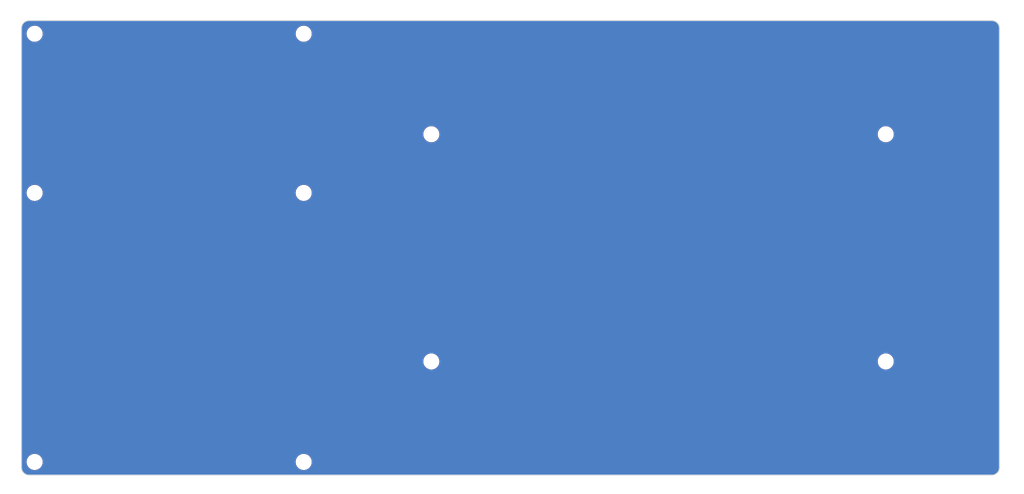
<source format=kicad_pcb>
(kicad_pcb (version 20221018) (generator pcbnew)
  (layers (0 "F.Cu" signal) (31 "B.Cu" signal) (34 "B.Paste" user) (35 "F.Paste" user) (36 "B.SilkS" user "B.Silkscreen") (37 "F.SilkS" user "F.Silkscreen") (38 "B.Mask" user) (39 "F.Mask" user) (44 "Edge.Cuts" user))
  (net 0 "")
  (footprint "MountingHole:MountingHole_2.2mm_M2" (layer "F.Cu") (at 183.375 86.15)
    (fp_text reference "H4" hide)
    (fp_text value "M2")
    (pad "" np_thru_hole circle locked (at 0 0) (size 2.2 2.2) (drill 2.2) (layers "*.Cu" "*.Mask"))
  )
  (footprint "MountingHole:MountingHole_2.2mm_M2" (layer "F.Cu") (at 85.775 57.886 45)
    (fp_text reference "H10" hide)
    (fp_text value "M2")
    (pad "" np_thru_hole circle locked (at 0 0 45) (size 2.2 2.2) (drill 2.2) (layers "*.Cu" "*.Mask"))
  )
  (footprint "MountingHole:MountingHole_2.2mm_M2" (layer "F.Cu") (at 85.775 31.2)
    (fp_text reference "H7" hide)
    (fp_text value "M2")
    (pad "" np_thru_hole circle locked (at 0 0) (size 2.2 2.2) (drill 2.2) (layers "*.Cu" "*.Mask"))
  )
  (footprint "MountingHole:MountingHole_2.2mm_M2" (layer "F.Cu") (at 107.175 48.05)
    (fp_text reference "H1" hide)
    (fp_text value "M2")
    (pad "" np_thru_hole circle locked (at 0 0) (size 2.2 2.2) (drill 2.2) (layers "*.Cu" "*.Mask"))
  )
  (footprint "MountingHole:MountingHole_2.2mm_M2" (layer "F.Cu") (at 107.175 86.15)
    (fp_text reference "H2" hide)
    (fp_text value "M2")
    (pad "" np_thru_hole circle locked (at 0 0) (size 2.2 2.2) (drill 2.2) (layers "*.Cu" "*.Mask"))
  )
  (footprint "MountingHole:MountingHole_2.2mm_M2" (layer "F.Cu") (at 40.661 31.2)
    (fp_text reference "H6" hide)
    (fp_text value "M2")
    (pad "" np_thru_hole circle locked (at 0 0) (size 2.2 2.2) (drill 2.2) (layers "*.Cu" "*.Mask"))
  )
  (footprint "MountingHole:MountingHole_2.2mm_M2" (layer "F.Cu") (at 183.375 48.05)
    (fp_text reference "H3" hide)
    (fp_text value "M2")
    (pad "" np_thru_hole circle locked (at 0 0) (size 2.2 2.2) (drill 2.2) (layers "*.Cu" "*.Mask"))
  )
  (footprint "MountingHole:MountingHole_2.2mm_M2" (layer "F.Cu") (at 40.661 103 -135)
    (fp_text reference "H9" hide)
    (fp_text value "M2")
    (pad "" np_thru_hole circle locked (at 0 0 225) (size 2.2 2.2) (drill 2.2) (layers "*.Cu" "*.Mask"))
  )
  (footprint "DreaM117er-keebLibrary:Trackpad_Cirque_TM040040" (layer "F.Cu") (at 63.218 80.443 -90)
    (fp_text reference "H5" hide)
    (fp_text value "TM040040")
  )
  (footprint "MountingHole:MountingHole_2.2mm_M2" (layer "F.Cu") (at 40.661 57.886 135)
    (fp_text reference "H8" hide)
    (fp_text value "M2")
    (pad "" np_thru_hole circle locked (at 0 0 135) (size 2.2 2.2) (drill 2.2) (layers "*.Cu" "*.Mask"))
  )
  (footprint "MountingHole:MountingHole_2.2mm_M2" (layer "F.Cu") (at 85.775 103 135)
    (fp_text reference "H11" hide)
    (fp_text value "M2")
    (pad "" np_thru_hole circle locked (at 0 0 135) (size 2.2 2.2) (drill 2.2) (layers "*.Cu" "*.Mask"))
  )
  (gr_line locked (start 201.155 29) (end 39.731 29) (stroke (width 0.12)) (layer "Edge.Cuts"))
  (gr_arc locked (start 39.731 105.2) (mid 38.832974 104.828026) (end 38.461 103.93) (stroke (width 0.12)) (layer "Edge.Cuts"))
  (gr_arc locked (start 38.461 30.27) (mid 38.832974 29.371974) (end 39.731 29) (stroke (width 0.12)) (layer "Edge.Cuts"))
  (gr_line locked (start 202.425 103.93) (end 202.425 30.27) (stroke (width 0.12)) (layer "Edge.Cuts"))
  (gr_line locked (start 201.155 105.2) (end 39.731 105.2) (stroke (width 0.12)) (layer "Edge.Cuts"))
  (gr_line locked (start 38.461 30.27) (end 38.461 103.93) (stroke (width 0.12)) (layer "Edge.Cuts"))
  (gr_arc locked (start 202.425 103.93) (mid 202.053026 104.828026) (end 201.155 105.2) (stroke (width 0.12)) (layer "Edge.Cuts"))
  (gr_arc locked (start 201.155 29) (mid 202.053026 29.371974) (end 202.425 30.27) (stroke (width 0.12)) (layer "Edge.Cuts"))
  (zone (net 0) (net_name "") (layers "F&B.Cu") (connect_pads (clearance 0.5)) (min_thickness 0.25) (fill yes (thermal_gap 0.5) (thermal_bridge_width 0.5))
    (polygon (pts (xy 34.85 25.54) (xy 34.85 108.17) (xy 206.22 108.4) (xy 206.56 25.66)))
  )
)
</source>
